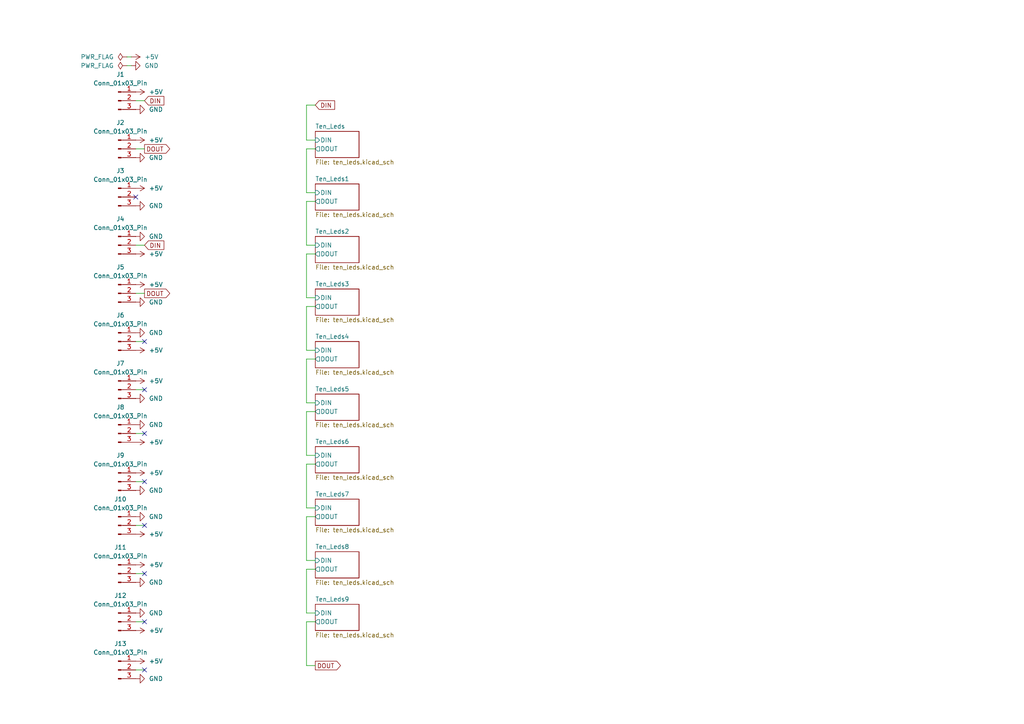
<source format=kicad_sch>
(kicad_sch (version 20231120) (generator "eeschema") (generator_version "8.0")
  (paper "A4")
  (lib_symbols
    (symbol "Connector:Conn_01x03_Pin" (pin_names (offset 1.016) hide)
      (property "Reference" "J" (at 0 5.08 0))
      (property "Value" "Conn_01x03_Pin" (at 0 -5.08 0))
      (symbol "Conn_01x03_Pin_1_1"
        (polyline (pts (xy 1.27 -2.54) (xy 0.8636 -2.54)) (stroke (width 0.1524)))
        (polyline (pts (xy 1.27 0) (xy 0.8636 0)) (stroke (width 0.1524)))
        (polyline (pts (xy 1.27 2.54) (xy 0.8636 2.54)) (stroke (width 0.1524)))
        (rectangle (start 0.8636 -2.413) (end 0 -2.667) (stroke (width 0.1524)) (fill (type outline)))
        (rectangle (start 0.8636 0.127) (end 0 -0.127) (stroke (width 0.1524)) (fill (type outline)))
        (rectangle (start 0.8636 2.667) (end 0 2.413) (stroke (width 0.1524)) (fill (type outline)))
        (pin passive line (at 5.08 2.54 180) (length 3.81) (name "Pin_1") (number "1"))
        (pin passive line (at 5.08 0 180) (length 3.81) (name "Pin_2") (number "2"))
        (pin passive line (at 5.08 -2.54 180) (length 3.81) (name "Pin_3") (number "3"))
      )
    )
    (symbol "power:+5V" (power) (pin_numbers hide) (pin_names (offset 0) hide)
      (property "Value" "+5V" (at 0 3.556 0))
      (symbol "+5V_0_1"
        (polyline (pts (xy -0.762 1.27) (xy 0 2.54)))
        (polyline (pts (xy 0 0) (xy 0 2.54)))
        (polyline (pts (xy 0 2.54) (xy 0.762 1.27)))
      )
      (symbol "+5V_1_1"
        (pin power_in line (at 0 0 90) (length 0) (name "~") (number "1"))
      )
    )
    (symbol "power:GND" (power) (pin_numbers hide) (pin_names (offset 0) hide)
      (property "Value" "GND" (at 0 -3.81 0))
      (symbol "GND_0_1"
        (polyline (pts (xy 0 0) (xy 0 -1.27) (xy 1.27 -1.27) (xy 0 -2.54) (xy -1.27 -1.27) (xy 0 -1.27)))
      )
      (symbol "GND_1_1"
        (pin power_in line (at 0 0 270) (length 0) (name "~") (number "1"))
      )
    )
    (symbol "power:PWR_FLAG" (power) (pin_numbers hide) (pin_names (offset 0) hide)
      (property "Value" "PWR_FLAG" (at 0 3.81 0))
      (symbol "PWR_FLAG_0_0"
        (pin power_out line (at 0 0 90) (length 0) (name "~") (number "1"))
      )
      (symbol "PWR_FLAG_0_1"
        (polyline (pts (xy 0 0) (xy 0 1.27) (xy -1.016 1.905) (xy 0 2.54) (xy 1.016 1.905) (xy 0 1.27)))
      )
    )
  )
  (no_connect (at 41.91 194.31))
  (no_connect (at 41.91 166.37))
  (no_connect (at 41.91 99.06))
  (no_connect (at 41.91 113.03))
  (no_connect (at 39.37 57.15))
  (no_connect (at 41.91 139.7))
  (no_connect (at 41.91 180.34))
  (no_connect (at 41.91 152.4))
  (no_connect (at 41.91 125.73))
  (wire (pts (xy 88.9 30.48) (xy 88.9 40.64)))
  (wire (pts (xy 36.83 16.51) (xy 38.1 16.51)))
  (wire (pts (xy 91.44 43.18) (xy 88.9 43.18)))
  (wire (pts (xy 88.9 180.34) (xy 88.9 193.04)))
  (wire (pts (xy 41.91 71.12) (xy 39.37 71.12)))
  (wire (pts (xy 91.44 180.34) (xy 88.9 180.34)))
  (wire (pts (xy 88.9 162.56) (xy 91.44 162.56)))
  (wire (pts (xy 88.9 86.36) (xy 91.44 86.36)))
  (wire (pts (xy 88.9 58.42) (xy 88.9 71.12)))
  (wire (pts (xy 41.91 99.06) (xy 39.37 99.06)))
  (wire (pts (xy 88.9 119.38) (xy 88.9 132.08)))
  (wire (pts (xy 36.83 19.05) (xy 38.1 19.05)))
  (wire (pts (xy 88.9 43.18) (xy 88.9 55.88)))
  (wire (pts (xy 41.91 29.21) (xy 39.37 29.21)))
  (wire (pts (xy 88.9 134.62) (xy 88.9 147.32)))
  (wire (pts (xy 88.9 177.8) (xy 91.44 177.8)))
  (wire (pts (xy 41.91 139.7) (xy 39.37 139.7)))
  (wire (pts (xy 88.9 132.08) (xy 91.44 132.08)))
  (wire (pts (xy 91.44 88.9) (xy 88.9 88.9)))
  (wire (pts (xy 41.91 125.73) (xy 39.37 125.73)))
  (wire (pts (xy 88.9 101.6) (xy 91.44 101.6)))
  (wire (pts (xy 41.91 152.4) (xy 39.37 152.4)))
  (wire (pts (xy 88.9 193.04) (xy 91.44 193.04)))
  (wire (pts (xy 88.9 104.14) (xy 88.9 116.84)))
  (wire (pts (xy 41.91 85.09) (xy 39.37 85.09)))
  (wire (pts (xy 91.44 149.86) (xy 88.9 149.86)))
  (wire (pts (xy 88.9 71.12) (xy 91.44 71.12)))
  (wire (pts (xy 91.44 30.48) (xy 88.9 30.48)))
  (wire (pts (xy 91.44 134.62) (xy 88.9 134.62)))
  (wire (pts (xy 88.9 55.88) (xy 91.44 55.88)))
  (wire (pts (xy 91.44 119.38) (xy 88.9 119.38)))
  (wire (pts (xy 88.9 73.66) (xy 88.9 86.36)))
  (wire (pts (xy 41.91 180.34) (xy 39.37 180.34)))
  (wire (pts (xy 41.91 194.31) (xy 39.37 194.31)))
  (wire (pts (xy 91.44 58.42) (xy 88.9 58.42)))
  (wire (pts (xy 88.9 116.84) (xy 91.44 116.84)))
  (wire (pts (xy 91.44 165.1) (xy 88.9 165.1)))
  (wire (pts (xy 41.91 166.37) (xy 39.37 166.37)))
  (wire (pts (xy 41.91 43.18) (xy 39.37 43.18)))
  (wire (pts (xy 91.44 73.66) (xy 88.9 73.66)))
  (wire (pts (xy 88.9 147.32) (xy 91.44 147.32)))
  (wire (pts (xy 41.91 113.03) (xy 39.37 113.03)))
  (wire (pts (xy 88.9 149.86) (xy 88.9 162.56)))
  (wire (pts (xy 88.9 40.64) (xy 91.44 40.64)))
  (wire (pts (xy 88.9 165.1) (xy 88.9 177.8)))
  (wire (pts (xy 88.9 88.9) (xy 88.9 101.6)))
  (wire (pts (xy 91.44 104.14) (xy 88.9 104.14)))
  (global_label "DIN" (shape input) (at 91.44 30.48 0) (property "Intersheetrefs" "${INTERSHEET_REFS}" (effects (hide yes))))
  (global_label "DIN" (shape input) (at 41.91 71.12 0) (property "Intersheetrefs" "${INTERSHEET_REFS}" (effects (hide yes))))
  (global_label "DOUT" (shape output) (at 41.91 85.09 0) (property "Intersheetrefs" "${INTERSHEET_REFS}" (effects (hide yes))))
  (global_label "DOUT" (shape output) (at 41.91 43.18 0) (property "Intersheetrefs" "${INTERSHEET_REFS}" (effects (hide yes))))
  (global_label "DIN" (shape input) (at 41.91 29.21 0) (property "Intersheetrefs" "${INTERSHEET_REFS}" (effects (hide yes))))
  (global_label "DOUT" (shape output) (at 91.44 193.04 0) (property "Intersheetrefs" "${INTERSHEET_REFS}" (effects (hide yes))))
  (symbol (lib_id "power:GND") (at 39.37 123.19 90) (unit 1)
    (property "Reference" "#PWR0417" (effects (hide yes)))
    (property "Value" "GND" (at 43.18 123.1899 90) (effects (justify right)))
    (property "Description" "Power symbol creates a global label with name \"GND\" , ground" (effects (hide yes)))
  )
  (symbol (lib_id "power:+5V") (at 39.37 82.55 270) (unit 1)
    (property "Reference" "#PWR0411" (effects (hide yes)))
    (property "Value" "+5V" (at 43.18 82.5499 90) (effects (justify left)))
    (property "Description" "Power symbol creates a global label with name \"+5V\"" (effects (hide yes)))
  )
  (symbol (lib_id "power:GND") (at 39.37 96.52 90) (unit 1)
    (property "Reference" "#PWR0413" (effects (hide yes)))
    (property "Value" "GND" (at 43.18 96.5199 90) (effects (justify right)))
    (property "Description" "Power symbol creates a global label with name \"GND\" , ground" (effects (hide yes)))
  )
  (symbol (lib_id "power:GND") (at 39.37 142.24 90) (unit 1)
    (property "Reference" "#PWR0420" (effects (hide yes)))
    (property "Value" "GND" (at 43.18 142.2399 90) (effects (justify right)))
    (property "Description" "Power symbol creates a global label with name \"GND\" , ground" (effects (hide yes)))
  )
  (symbol (lib_id "Connector:Conn_01x03_Pin") (at 34.29 99.06 0) (unit 1)
    (property "Reference" "J6" (at 34.925 91.44 0))
    (property "Value" "Conn_01x03_Pin" (at 34.925 93.98 0))
    (property "Footprint" "lib_pixel_grid:Addr_Led_Side_Conn" (effects (hide yes)))
    (property "Description" "Generic connector, single row, 01x03, script generated" (effects (hide yes)))
  )
  (symbol (lib_id "power:GND") (at 39.37 196.85 90) (unit 1)
    (property "Reference" "#PWR0428" (effects (hide yes)))
    (property "Value" "GND" (at 43.18 196.8499 90) (effects (justify right)))
    (property "Description" "Power symbol creates a global label with name \"GND\" , ground" (effects (hide yes)))
  )
  (symbol (lib_id "power:PWR_FLAG") (at 36.83 16.51 90) (unit 1)
    (property "Reference" "#FLG01" (effects (hide yes)))
    (property "Value" "PWR_FLAG" (at 33.02 16.5099 90) (effects (justify left)))
    (property "Description" "Special symbol for telling ERC where power comes from" (effects (hide yes)))
  )
  (symbol (lib_id "power:GND") (at 39.37 149.86 90) (unit 1)
    (property "Reference" "#PWR0421" (effects (hide yes)))
    (property "Value" "GND" (at 43.18 149.8599 90) (effects (justify right)))
    (property "Description" "Power symbol creates a global label with name \"GND\" , ground" (effects (hide yes)))
  )
  (symbol (lib_id "power:+5V") (at 39.37 40.64 270) (unit 1)
    (property "Reference" "#PWR05" (effects (hide yes)))
    (property "Value" "+5V" (at 43.18 40.6399 90) (effects (justify left)))
    (property "Description" "Power symbol creates a global label with name \"+5V\"" (effects (hide yes)))
  )
  (symbol (lib_id "power:+5V") (at 39.37 26.67 270) (unit 1)
    (property "Reference" "#PWR03" (effects (hide yes)))
    (property "Value" "+5V" (at 43.18 26.6699 90) (effects (justify left)))
    (property "Description" "Power symbol creates a global label with name \"+5V\"" (effects (hide yes)))
  )
  (symbol (lib_id "power:GND") (at 39.37 115.57 90) (unit 1)
    (property "Reference" "#PWR0416" (effects (hide yes)))
    (property "Value" "GND" (at 43.18 115.5699 90) (effects (justify right)))
    (property "Description" "Power symbol creates a global label with name \"GND\" , ground" (effects (hide yes)))
  )
  (symbol (lib_id "Connector:Conn_01x03_Pin") (at 34.29 194.31 0) (unit 1)
    (property "Reference" "J13" (at 34.925 186.69 0))
    (property "Value" "Conn_01x03_Pin" (at 34.925 189.23 0))
    (property "Footprint" "lib_pixel_grid:Addr_Led_Side_Conn" (effects (hide yes)))
    (property "Description" "Generic connector, single row, 01x03, script generated" (effects (hide yes)))
  )
  (symbol (lib_id "power:+5V") (at 38.1 16.51 270) (unit 1)
    (property "Reference" "#PWR01" (effects (hide yes)))
    (property "Value" "+5V" (at 41.91 16.5099 90) (effects (justify left)))
    (property "Description" "Power symbol creates a global label with name \"+5V\"" (effects (hide yes)))
  )
  (symbol (lib_id "power:+5V") (at 39.37 110.49 270) (unit 1)
    (property "Reference" "#PWR0415" (effects (hide yes)))
    (property "Value" "+5V" (at 43.18 110.4899 90) (effects (justify left)))
    (property "Description" "Power symbol creates a global label with name \"+5V\"" (effects (hide yes)))
  )
  (symbol (lib_id "Connector:Conn_01x03_Pin") (at 34.29 125.73 0) (unit 1)
    (property "Reference" "J8" (at 34.925 118.11 0))
    (property "Value" "Conn_01x03_Pin" (at 34.925 120.65 0))
    (property "Footprint" "lib_pixel_grid:Addr_Led_Side_Conn" (effects (hide yes)))
    (property "Description" "Generic connector, single row, 01x03, script generated" (effects (hide yes)))
  )
  (symbol (lib_id "power:+5V") (at 39.37 101.6 270) (unit 1)
    (property "Reference" "#PWR0414" (effects (hide yes)))
    (property "Value" "+5V" (at 43.18 101.5999 90) (effects (justify left)))
    (property "Description" "Power symbol creates a global label with name \"+5V\"" (effects (hide yes)))
  )
  (symbol (lib_id "power:+5V") (at 39.37 73.66 270) (unit 1)
    (property "Reference" "#PWR0409" (effects (hide yes)))
    (property "Value" "+5V" (at 43.18 73.6599 90) (effects (justify left)))
    (property "Description" "Power symbol creates a global label with name \"+5V\"" (effects (hide yes)))
  )
  (symbol (lib_id "power:+5V") (at 39.37 191.77 270) (unit 1)
    (property "Reference" "#PWR0427" (effects (hide yes)))
    (property "Value" "+5V" (at 43.18 191.7699 90) (effects (justify left)))
    (property "Description" "Power symbol creates a global label with name \"+5V\"" (effects (hide yes)))
  )
  (symbol (lib_id "Connector:Conn_01x03_Pin") (at 34.29 71.12 0) (unit 1)
    (property "Reference" "J4" (at 34.925 63.5 0))
    (property "Value" "Conn_01x03_Pin" (at 34.925 66.04 0))
    (property "Footprint" "lib_pixel_grid:Addr_Led_Side_Conn" (effects (hide yes)))
    (property "Description" "Generic connector, single row, 01x03, script generated" (effects (hide yes)))
  )
  (symbol (lib_id "power:GND") (at 39.37 68.58 90) (unit 1)
    (property "Reference" "#PWR0410" (effects (hide yes)))
    (property "Value" "GND" (at 43.18 68.5799 90) (effects (justify right)))
    (property "Description" "Power symbol creates a global label with name \"GND\" , ground" (effects (hide yes)))
  )
  (symbol (lib_id "power:GND") (at 39.37 87.63 90) (unit 1)
    (property "Reference" "#PWR0412" (effects (hide yes)))
    (property "Value" "GND" (at 43.18 87.6299 90) (effects (justify right)))
    (property "Description" "Power symbol creates a global label with name \"GND\" , ground" (effects (hide yes)))
  )
  (symbol (lib_id "Connector:Conn_01x03_Pin") (at 34.29 152.4 0) (unit 1)
    (property "Reference" "J10" (at 34.925 144.78 0))
    (property "Value" "Conn_01x03_Pin" (at 34.925 147.32 0))
    (property "Footprint" "lib_pixel_grid:Addr_Led_Side_Conn" (effects (hide yes)))
    (property "Description" "Generic connector, single row, 01x03, script generated" (effects (hide yes)))
  )
  (symbol (lib_id "power:+5V") (at 39.37 154.94 270) (unit 1)
    (property "Reference" "#PWR0422" (effects (hide yes)))
    (property "Value" "+5V" (at 43.18 154.9399 90) (effects (justify left)))
    (property "Description" "Power symbol creates a global label with name \"+5V\"" (effects (hide yes)))
  )
  (symbol (lib_id "power:PWR_FLAG") (at 36.83 19.05 90) (unit 1)
    (property "Reference" "#FLG02" (effects (hide yes)))
    (property "Value" "PWR_FLAG" (at 33.02 19.0499 90) (effects (justify left)))
    (property "Description" "Special symbol for telling ERC where power comes from" (effects (hide yes)))
  )
  (symbol (lib_id "power:GND") (at 39.37 45.72 90) (unit 1)
    (property "Reference" "#PWR06" (effects (hide yes)))
    (property "Value" "GND" (at 43.18 45.7199 90) (effects (justify right)))
    (property "Description" "Power symbol creates a global label with name \"GND\" , ground" (effects (hide yes)))
  )
  (symbol (lib_id "Connector:Conn_01x03_Pin") (at 34.29 139.7 0) (unit 1)
    (property "Reference" "J9" (at 34.925 132.08 0))
    (property "Value" "Conn_01x03_Pin" (at 34.925 134.62 0))
    (property "Footprint" "lib_pixel_grid:Addr_Led_Side_Conn" (effects (hide yes)))
    (property "Description" "Generic connector, single row, 01x03, script generated" (effects (hide yes)))
  )
  (symbol (lib_id "power:GND") (at 38.1 19.05 90) (unit 1)
    (property "Reference" "#PWR02" (effects (hide yes)))
    (property "Value" "GND" (at 41.91 19.0499 90) (effects (justify right)))
    (property "Description" "Power symbol creates a global label with name \"GND\" , ground" (effects (hide yes)))
  )
  (symbol (lib_id "power:+5V") (at 39.37 54.61 270) (unit 1)
    (property "Reference" "#PWR07" (effects (hide yes)))
    (property "Value" "+5V" (at 43.18 54.6099 90) (effects (justify left)))
    (property "Description" "Power symbol creates a global label with name \"+5V\"" (effects (hide yes)))
  )
  (symbol (lib_id "Connector:Conn_01x03_Pin") (at 34.29 57.15 0) (unit 1)
    (property "Reference" "J3" (at 34.925 49.53 0))
    (property "Value" "Conn_01x03_Pin" (at 34.925 52.07 0))
    (property "Footprint" "Connector_JST:JST_PH_B3B-PH-K_1x03_P2.00mm_Vertical" (effects (hide yes)))
    (property "Description" "Generic connector, single row, 01x03, script generated" (effects (hide yes)))
  )
  (symbol (lib_id "power:+5V") (at 39.37 182.88 270) (unit 1)
    (property "Reference" "#PWR0426" (effects (hide yes)))
    (property "Value" "+5V" (at 43.18 182.8799 90) (effects (justify left)))
    (property "Description" "Power symbol creates a global label with name \"+5V\"" (effects (hide yes)))
  )
  (symbol (lib_id "Connector:Conn_01x03_Pin") (at 34.29 166.37 0) (unit 1)
    (property "Reference" "J11" (at 34.925 158.75 0))
    (property "Value" "Conn_01x03_Pin" (at 34.925 161.29 0))
    (property "Footprint" "lib_pixel_grid:Addr_Led_Side_Conn" (effects (hide yes)))
    (property "Description" "Generic connector, single row, 01x03, script generated" (effects (hide yes)))
  )
  (symbol (lib_id "Connector:Conn_01x03_Pin") (at 34.29 85.09 0) (unit 1)
    (property "Reference" "J5" (at 34.925 77.47 0))
    (property "Value" "Conn_01x03_Pin" (at 34.925 80.01 0))
    (property "Footprint" "lib_pixel_grid:Addr_Led_Side_Conn" (effects (hide yes)))
    (property "Description" "Generic connector, single row, 01x03, script generated" (effects (hide yes)))
  )
  (symbol (lib_id "power:GND") (at 39.37 177.8 90) (unit 1)
    (property "Reference" "#PWR0425" (effects (hide yes)))
    (property "Value" "GND" (at 43.18 177.7999 90) (effects (justify right)))
    (property "Description" "Power symbol creates a global label with name \"GND\" , ground" (effects (hide yes)))
  )
  (symbol (lib_id "power:+5V") (at 39.37 163.83 270) (unit 1)
    (property "Reference" "#PWR0423" (effects (hide yes)))
    (property "Value" "+5V" (at 43.18 163.8299 90) (effects (justify left)))
    (property "Description" "Power symbol creates a global label with name \"+5V\"" (effects (hide yes)))
  )
  (symbol (lib_id "power:+5V") (at 39.37 128.27 270) (unit 1)
    (property "Reference" "#PWR0418" (effects (hide yes)))
    (property "Value" "+5V" (at 43.18 128.2699 90) (effects (justify left)))
    (property "Description" "Power symbol creates a global label with name \"+5V\"" (effects (hide yes)))
  )
  (symbol (lib_id "power:+5V") (at 39.37 137.16 270) (unit 1)
    (property "Reference" "#PWR0419" (effects (hide yes)))
    (property "Value" "+5V" (at 43.18 137.1599 90) (effects (justify left)))
    (property "Description" "Power symbol creates a global label with name \"+5V\"" (effects (hide yes)))
  )
  (symbol (lib_id "power:GND") (at 39.37 59.69 90) (unit 1)
    (property "Reference" "#PWR08" (effects (hide yes)))
    (property "Value" "GND" (at 43.18 59.6899 90) (effects (justify right)))
    (property "Description" "Power symbol creates a global label with name \"GND\" , ground" (effects (hide yes)))
  )
  (symbol (lib_id "Connector:Conn_01x03_Pin") (at 34.29 113.03 0) (unit 1)
    (property "Reference" "J7" (at 34.925 105.41 0))
    (property "Value" "Conn_01x03_Pin" (at 34.925 107.95 0))
    (property "Footprint" "lib_pixel_grid:Addr_Led_Side_Conn" (effects (hide yes)))
    (property "Description" "Generic connector, single row, 01x03, script generated" (effects (hide yes)))
  )
  (symbol (lib_id "Connector:Conn_01x03_Pin") (at 34.29 180.34 0) (unit 1)
    (property "Reference" "J12" (at 34.925 172.72 0))
    (property "Value" "Conn_01x03_Pin" (at 34.925 175.26 0))
    (property "Footprint" "lib_pixel_grid:Addr_Led_Side_Conn" (effects (hide yes)))
    (property "Description" "Generic connector, single row, 01x03, script generated" (effects (hide yes)))
  )
  (symbol (lib_id "Connector:Conn_01x03_Pin") (at 34.29 29.21 0) (unit 1)
    (property "Reference" "J1" (at 34.925 21.59 0))
    (property "Value" "Conn_01x03_Pin" (at 34.925 24.13 0))
    (property "Footprint" "Connector_JST:JST_PH_B3B-PH-K_1x03_P2.00mm_Vertical" (effects (hide yes)))
    (property "Description" "Generic connector, single row, 01x03, script generated" (effects (hide yes)))
  )
  (symbol (lib_id "Connector:Conn_01x03_Pin") (at 34.29 43.18 0) (unit 1)
    (property "Reference" "J2" (at 34.925 35.56 0))
    (property "Value" "Conn_01x03_Pin" (at 34.925 38.1 0))
    (property "Footprint" "Connector_JST:JST_PH_B3B-PH-K_1x03_P2.00mm_Vertical" (effects (hide yes)))
    (property "Description" "Generic connector, single row, 01x03, script generated" (effects (hide yes)))
  )
  (symbol (lib_id "power:GND") (at 39.37 168.91 90) (unit 1)
    (property "Reference" "#PWR0424" (effects (hide yes)))
    (property "Value" "GND" (at 43.18 168.9099 90) (effects (justify right)))
    (property "Description" "Power symbol creates a global label with name \"GND\" , ground" (effects (hide yes)))
  )
  (symbol (lib_id "power:GND") (at 39.37 31.75 90) (unit 1)
    (property "Reference" "#PWR04" (effects (hide yes)))
    (property "Value" "GND" (at 43.18 31.7499 90) (effects (justify right)))
    (property "Description" "Power symbol creates a global label with name \"GND\" , ground" (effects (hide yes)))
  )
  (sheet (at 91.44 144.78) (size 12.7 7.62) (stroke (width 0.1524))
    (property "Sheetname" "Ten_Leds7" (at 91.44 144.0684 0) (effects (justify left bottom)))
    (property "Sheetfile" "ten_leds.kicad_sch" (at 91.44 152.9846 0) (effects (justify left top)))
    (pin "DIN" input (at 91.44 147.32 180))
    (pin "DOUT" output (at 91.44 149.86 180))
  )
  (sheet (at 91.44 129.54) (size 12.7 7.62) (stroke (width 0.1524))
    (property "Sheetname" "Ten_Leds6" (at 91.44 128.8284 0) (effects (justify left bottom)))
    (property "Sheetfile" "ten_leds.kicad_sch" (at 91.44 137.7446 0) (effects (justify left top)))
    (pin "DIN" input (at 91.44 132.08 180))
    (pin "DOUT" output (at 91.44 134.62 180))
  )
  (sheet (at 91.44 160.02) (size 12.7 7.62) (stroke (width 0.1524))
    (property "Sheetname" "Ten_Leds8" (at 91.44 159.3084 0) (effects (justify left bottom)))
    (property "Sheetfile" "ten_leds.kicad_sch" (at 91.44 168.2246 0) (effects (justify left top)))
    (pin "DIN" input (at 91.44 162.56 180))
    (pin "DOUT" output (at 91.44 165.1 180))
  )
  (sheet (at 91.44 114.3) (size 12.7 7.62) (stroke (width 0.1524))
    (property "Sheetname" "Ten_Leds5" (at 91.44 113.5884 0) (effects (justify left bottom)))
    (property "Sheetfile" "ten_leds.kicad_sch" (at 91.44 122.5046 0) (effects (justify left top)))
    (pin "DIN" input (at 91.44 116.84 180))
    (pin "DOUT" output (at 91.44 119.38 180))
  )
  (sheet (at 91.44 38.1) (size 12.7 7.62) (stroke (width 0.1524))
    (property "Sheetname" "Ten_Leds" (at 91.44 37.3884 0) (effects (justify left bottom)))
    (property "Sheetfile" "ten_leds.kicad_sch" (at 91.44 46.3046 0) (effects (justify left top)))
    (pin "DIN" input (at 91.44 40.64 180))
    (pin "DOUT" output (at 91.44 43.18 180))
  )
  (sheet (at 91.44 83.82) (size 12.7 7.62) (stroke (width 0.1524))
    (property "Sheetname" "Ten_Leds3" (at 91.44 83.1084 0) (effects (justify left bottom)))
    (property "Sheetfile" "ten_leds.kicad_sch" (at 91.44 92.0246 0) (effects (justify left top)))
    (pin "DIN" input (at 91.44 86.36 180))
    (pin "DOUT" output (at 91.44 88.9 180))
  )
  (sheet (at 91.44 53.34) (size 12.7 7.62) (stroke (width 0.1524))
    (property "Sheetname" "Ten_Leds1" (at 91.44 52.6284 0) (effects (justify left bottom)))
    (property "Sheetfile" "ten_leds.kicad_sch" (at 91.44 61.5446 0) (effects (justify left top)))
    (pin "DIN" input (at 91.44 55.88 180))
    (pin "DOUT" output (at 91.44 58.42 180))
  )
  (sheet (at 91.44 68.58) (size 12.7 7.62) (stroke (width 0.1524))
    (property "Sheetname" "Ten_Leds2" (at 91.44 67.8684 0) (effects (justify left bottom)))
    (property "Sheetfile" "ten_leds.kicad_sch" (at 91.44 76.7846 0) (effects (justify left top)))
    (pin "DIN" input (at 91.44 71.12 180))
    (pin "DOUT" output (at 91.44 73.66 180))
  )
  (sheet (at 91.44 175.26) (size 12.7 7.62) (stroke (width 0.1524))
    (property "Sheetname" "Ten_Leds9" (at 91.44 174.5484 0) (effects (justify left bottom)))
    (property "Sheetfile" "ten_leds.kicad_sch" (at 91.44 183.4646 0) (effects (justify left top)))
    (pin "DIN" input (at 91.44 177.8 180))
    (pin "DOUT" output (at 91.44 180.34 180))
  )
  (sheet (at 91.44 99.06) (size 12.7 7.62) (stroke (width 0.1524))
    (property "Sheetname" "Ten_Leds4" (at 91.44 98.3484 0) (effects (justify left bottom)))
    (property "Sheetfile" "ten_leds.kicad_sch" (at 91.44 107.2646 0) (effects (justify left top)))
    (pin "DIN" input (at 91.44 101.6 180))
    (pin "DOUT" output (at 91.44 104.14 180))
  )
)
</source>
